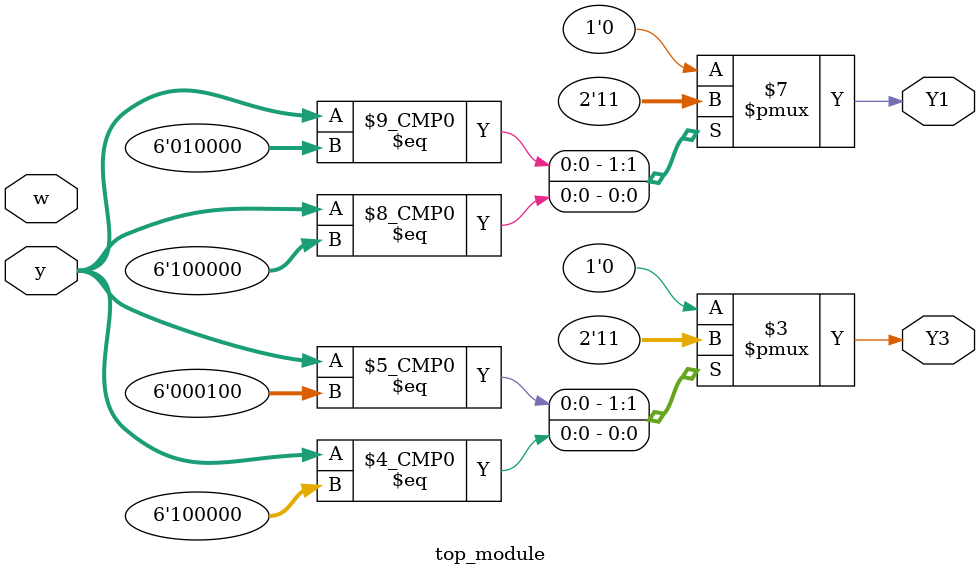
<source format=sv>
module top_module (
  input [5:0] y,
  input w,
  output reg Y1,
  output reg Y3
);

  always @(y) begin
    case (y)
      6'b000001: begin  // State A
        Y1 = 1'b0;
        Y3 = 1'b0;
      end
      
      6'b000010: begin  // State B
        Y1 = 1'b0;
        Y3 = 1'b0;
      end
      
      6'b000100: begin  // State C
        Y1 = 1'b0;
        Y3 = 1'b1;
      end
      
      6'b001000: begin  // State D
        Y1 = 1'b0;
        Y3 = 1'b0;
      end
      
      6'b010000: begin  // State E
        Y1 = 1'b1;
        Y3 = 1'b0;
      end
      
      6'b100000: begin  // State F
        Y1 = 1'b1;
        Y3 = 1'b1;
      end
      
      default: begin
        Y1 = 1'b0;
        Y3 = 1'b0;
      end
    endcase
  end

endmodule

</source>
